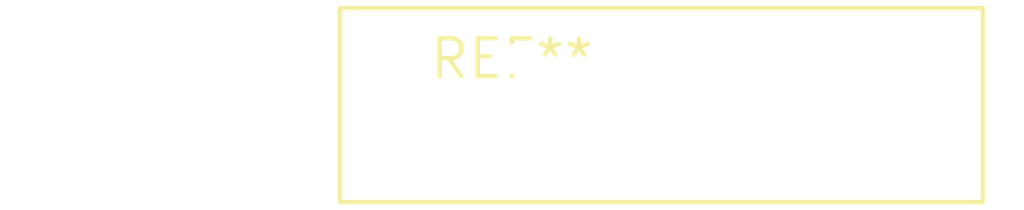
<source format=kicad_pcb>
(kicad_pcb (version 20240108) (generator pcbnew)
  (layers (0 "F.Cu" signal) (31 "B.Cu" signal) (34 "B.Paste" user) (35 "F.Paste" user) (36 "B.SilkS" user "B.Silkscreen") (37 "F.SilkS" user "F.Silkscreen") (38 "B.Mask" user) (39 "F.Mask" user) (44 "Edge.Cuts" user))
  (net 0 "")
  (footprint "RV_Disc_D21.5mm_W6.5mm_P10mm" (layer "F.Cu") (at 0 0)
    (property "Reference" "REF**")
    (property "Value" "RV_Disc_D21.5mm_W6.5mm_P10mm")
    (fp_line (start -5.75 -1.7) (end -5.75 4.8) (layer "F.SilkS") (stroke (width 0.15)))
    (fp_line (start -5.75 -1.7) (end 15.75 -1.7) (layer "F.SilkS") (stroke (width 0.15)))
    (fp_line (start -5.75 4.8) (end 15.75 4.8) (layer "F.SilkS") (stroke (width 0.15)))
    (fp_line (start 15.75 -1.7) (end 15.75 4.8) (layer "F.SilkS") (stroke (width 0.15)))
    (pad "1" thru_hole circle (at 0 0) (size 2 2) (drill 1) (layers *.Cu *.Mask) (remove_unused_layers))
    (pad "2" thru_hole circle (at 10 3.1) (size 2 2) (drill 1) (layers *.Cu *.Mask) (remove_unused_layers))
  )
)
</source>
